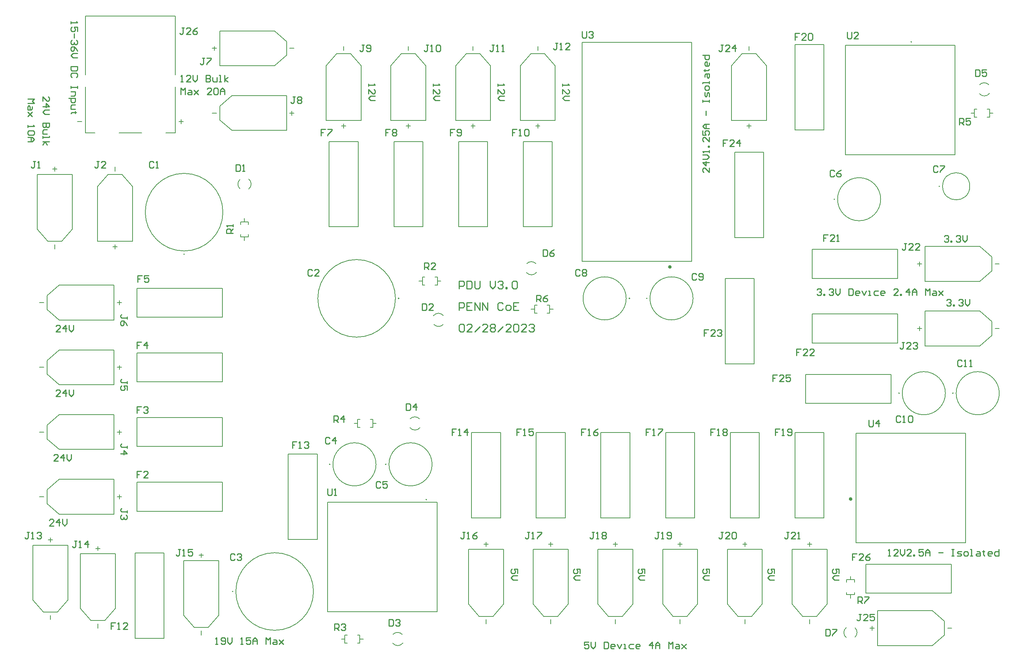
<source format=gto>
G04*
G04 #@! TF.GenerationSoftware,Altium Limited,Altium Designer,22.8.2 (66)*
G04*
G04 Layer_Color=65535*
%FSLAX42Y42*%
%MOMM*%
G71*
G04*
G04 #@! TF.SameCoordinates,784755D3-1100-4AD9-B0FF-590226C35903*
G04*
G04*
G04 #@! TF.FilePolarity,Positive*
G04*
G01*
G75*
%ADD10C,0.13*%
%ADD11C,0.20*%
%ADD12C,0.40*%
%ADD13C,0.25*%
D10*
X11957Y9206D02*
G03*
X11743Y9207I-107J-102D01*
G01*
X11738Y9000D02*
G03*
X11970Y9004I115J93D01*
G01*
X4700Y10400D02*
G03*
X4700Y10400I-900J0D01*
G01*
X9593Y7794D02*
G03*
X9807Y7793I107J102D01*
G01*
X9812Y8000D02*
G03*
X9580Y7996I-115J-93D01*
G01*
X9257Y5606D02*
G03*
X9043Y5607I-107J-102D01*
G01*
X9038Y5400D02*
G03*
X9270Y5404I115J93D01*
G01*
X19356Y543D02*
G03*
X19357Y757I-102J107D01*
G01*
X19150Y762D02*
G03*
X19154Y530I93J-115D01*
G01*
X5094Y11157D02*
G03*
X5093Y10943I102J-107D01*
G01*
X5300Y10938D02*
G03*
X5296Y11170I-93J115D01*
G01*
X22457Y13356D02*
G03*
X22243Y13357I-107J-102D01*
G01*
X22238Y13150D02*
G03*
X22470Y13154I115J93D01*
G01*
X8857Y606D02*
G03*
X8643Y607I-107J-102D01*
G01*
X8638Y400D02*
G03*
X8870Y404I115J93D01*
G01*
X19950Y10700D02*
G03*
X19950Y10700I-500J0D01*
G01*
X21450Y6200D02*
G03*
X21450Y6200I-500J0D01*
G01*
X22700D02*
G03*
X22700Y6200I-500J0D01*
G01*
X14050Y8400D02*
G03*
X14050Y8400I-500J0D01*
G01*
X8250Y4550D02*
G03*
X8250Y4550I-500J0D01*
G01*
X6800Y1600D02*
G03*
X6800Y1600I-900J0D01*
G01*
X8700Y8400D02*
G03*
X8700Y8400I-900J0D01*
G01*
X9550Y4550D02*
G03*
X9550Y4550I-500J0D01*
G01*
X22015Y11000D02*
G03*
X22015Y11000I-315J0D01*
G01*
X15600Y8400D02*
G03*
X15600Y8400I-500J0D01*
G01*
X3380Y12240D02*
X3595D01*
Y13310D01*
X1515Y12240D02*
Y13310D01*
Y12240D02*
X1730D01*
X3595Y13585D02*
Y14950D01*
X1515D02*
X3595D01*
X1515Y13585D02*
Y14950D01*
X2295Y12240D02*
X2815D01*
X1330Y12500D02*
X1430D01*
X3730Y12450D02*
Y12550D01*
X3680Y12500D02*
X3780D01*
X800Y9550D02*
Y9650D01*
X395Y10005D02*
X640Y9725D01*
X960D02*
X1205Y10005D01*
X750Y11400D02*
X850D01*
X800Y11350D02*
Y11450D01*
X395Y11275D02*
X1205D01*
X395Y10005D02*
Y11275D01*
X640Y9725D02*
X960D01*
X1205Y10005D02*
Y11275D01*
X2200Y11350D02*
Y11450D01*
X2360Y11275D02*
X2605Y10995D01*
X1795D02*
X2040Y11275D01*
X2150Y9600D02*
X2250D01*
X2200Y9550D02*
Y9650D01*
X1795Y9725D02*
X2605D01*
Y10995D01*
X2040Y11275D02*
X2360D01*
X1795Y9725D02*
Y10995D01*
X2709Y7964D02*
X4690D01*
X2709D02*
Y8636D01*
X4690D01*
Y7964D02*
Y8636D01*
X9675Y8800D02*
X9755D01*
X9617Y8707D02*
X9675D01*
X9617Y8893D02*
X9675D01*
Y8707D02*
Y8800D01*
Y8893D01*
X9245Y8800D02*
X9325D01*
Y8707D02*
X9383D01*
X9325D02*
Y8800D01*
Y8893D01*
X9383D01*
X6250Y14200D02*
X6350D01*
X5895Y13795D02*
X6175Y14040D01*
X5895Y14605D02*
X6175Y14360D01*
X4500Y14150D02*
Y14250D01*
X4450Y14200D02*
X4550D01*
X4625Y13795D02*
Y14605D01*
Y13795D02*
X5895D01*
X6175Y14040D02*
Y14360D01*
X4625Y14605D02*
X5895D01*
X3337Y509D02*
Y2491D01*
X2664Y509D02*
X3337D01*
X2664D02*
Y2491D01*
X3337D01*
X11664Y10060D02*
Y12040D01*
X12336D01*
Y10060D02*
Y12040D01*
X11664Y10060D02*
X12336D01*
X10164D02*
Y12040D01*
X10836D01*
Y10060D02*
Y12040D01*
X10164Y10060D02*
X10836D01*
X8664D02*
Y12040D01*
X9336D01*
Y10060D02*
Y12040D01*
X8664Y10060D02*
X9336D01*
X7164D02*
Y12040D01*
X7836D01*
Y10060D02*
Y12040D01*
X7164Y10060D02*
X7836D01*
X16563Y9810D02*
Y11790D01*
X17237D01*
Y9810D02*
Y11790D01*
X16563Y9810D02*
X17237D01*
X19130Y11730D02*
X21670D01*
Y14270D01*
X19130D02*
X21670D01*
X19130Y11730D02*
Y14270D01*
X22045Y12700D02*
X22125D01*
Y12793D02*
X22183D01*
X22125Y12607D02*
X22183D01*
X22125Y12700D02*
Y12793D01*
Y12607D02*
Y12700D01*
X22475D02*
X22555D01*
X22417Y12793D02*
X22475D01*
Y12700D02*
Y12793D01*
Y12607D02*
Y12700D01*
X22417Y12607D02*
X22475D01*
X19610Y2236D02*
X21590D01*
Y1564D02*
Y2236D01*
X19610Y1564D02*
X21590D01*
X19610D02*
Y2236D01*
X21500Y750D02*
X21600D01*
X21145Y345D02*
X21425Y590D01*
X21145Y1155D02*
X21425Y910D01*
X19750Y700D02*
Y800D01*
X19700Y750D02*
X19800D01*
X19875Y345D02*
Y1155D01*
Y345D02*
X21145D01*
X21425Y590D02*
Y910D01*
X19875Y1155D02*
X21145D01*
X19250Y1445D02*
Y1525D01*
X19157D02*
Y1583D01*
X19343Y1525D02*
Y1583D01*
X19157Y1525D02*
X19250D01*
X19343D01*
X19250Y1875D02*
Y1955D01*
X19157Y1817D02*
Y1875D01*
X19250D01*
X19343D01*
Y1817D02*
Y1875D01*
X18300Y850D02*
Y950D01*
X17895Y1305D02*
X18140Y1025D01*
X18460D02*
X18705Y1305D01*
X18250Y2700D02*
X18350D01*
X18300Y2650D02*
Y2750D01*
X17895Y2575D02*
X18705D01*
X17895Y1305D02*
Y2575D01*
X18140Y1025D02*
X18460D01*
X18705Y1305D02*
Y2575D01*
X16800Y850D02*
Y950D01*
X16395Y1305D02*
X16640Y1025D01*
X16960D02*
X17205Y1305D01*
X16750Y2700D02*
X16850D01*
X16800Y2650D02*
Y2750D01*
X16395Y2575D02*
X17205D01*
X16395Y1305D02*
Y2575D01*
X16640Y1025D02*
X16960D01*
X17205Y1305D02*
Y2575D01*
X15300Y850D02*
Y950D01*
X14895Y1305D02*
X15140Y1025D01*
X15460D02*
X15705Y1305D01*
X15250Y2700D02*
X15350D01*
X15300Y2650D02*
Y2750D01*
X14895Y2575D02*
X15705D01*
X14895Y1305D02*
Y2575D01*
X15140Y1025D02*
X15460D01*
X15705Y1305D02*
Y2575D01*
X13800Y850D02*
Y950D01*
X13395Y1305D02*
X13640Y1025D01*
X13960D02*
X14205Y1305D01*
X13750Y2700D02*
X13850D01*
X13800Y2650D02*
Y2750D01*
X13395Y2575D02*
X14205D01*
X13395Y1305D02*
Y2575D01*
X13640Y1025D02*
X13960D01*
X14205Y1305D02*
Y2575D01*
X12300Y850D02*
Y950D01*
X11895Y1305D02*
X12140Y1025D01*
X12460D02*
X12705Y1305D01*
X12250Y2700D02*
X12350D01*
X12300Y2650D02*
Y2750D01*
X11895Y2575D02*
X12705D01*
X11895Y1305D02*
Y2575D01*
X12140Y1025D02*
X12460D01*
X12705Y1305D02*
Y2575D01*
X10800Y850D02*
Y950D01*
X10395Y1305D02*
X10640Y1025D01*
X10960D02*
X11205Y1305D01*
X10750Y2700D02*
X10850D01*
X10800Y2650D02*
Y2750D01*
X10395Y2575D02*
X11205D01*
X10395Y1305D02*
Y2575D01*
X10640Y1025D02*
X10960D01*
X11205Y1305D02*
Y2575D01*
X18637Y3310D02*
Y5290D01*
X17963Y3310D02*
X18637D01*
X17963D02*
Y5290D01*
X18637D01*
X17137Y3310D02*
Y5290D01*
X16463Y3310D02*
X17137D01*
X16463D02*
Y5290D01*
X17137D01*
X15637Y3310D02*
Y5290D01*
X14963Y3310D02*
X15637D01*
X14963D02*
Y5290D01*
X15637D01*
X14137Y3310D02*
Y5290D01*
X13463Y3310D02*
X14137D01*
X13463D02*
Y5290D01*
X14137D01*
X12636Y3310D02*
Y5290D01*
X11964Y3310D02*
X12636D01*
X11964D02*
Y5290D01*
X12636D01*
X11136Y3310D02*
Y5290D01*
X10464Y3310D02*
X11136D01*
X10464D02*
Y5290D01*
X11136D01*
X19380Y2730D02*
X21920D01*
Y5270D01*
X19380D02*
X21920D01*
X19380Y2730D02*
Y5270D01*
X22600Y9200D02*
X22700D01*
X22245Y8795D02*
X22525Y9040D01*
X22245Y9605D02*
X22525Y9360D01*
X20850Y9150D02*
Y9250D01*
X20800Y9200D02*
X20900D01*
X20975Y8795D02*
Y9605D01*
Y8795D02*
X22245D01*
X22525Y9040D02*
Y9360D01*
X20975Y9605D02*
X22245D01*
X22600Y7700D02*
X22700D01*
X22245Y7295D02*
X22525Y7540D01*
X22245Y8105D02*
X22525Y7860D01*
X20850Y7650D02*
Y7750D01*
X20800Y7700D02*
X20900D01*
X20975Y7295D02*
Y8105D01*
Y7295D02*
X22245D01*
X22525Y7540D02*
Y7860D01*
X20975Y8105D02*
X22245D01*
X18360Y9536D02*
X20340D01*
Y8864D02*
Y9536D01*
X18360Y8864D02*
X20340D01*
X18360D02*
Y9536D01*
Y8036D02*
X20340D01*
Y7364D02*
Y8036D01*
X18360Y7364D02*
X20340D01*
X18360D02*
Y8036D01*
X16343Y6883D02*
Y8864D01*
X17016D01*
Y6883D02*
Y8864D01*
X16343Y6883D02*
X17016D01*
X11845Y8150D02*
X11925D01*
Y8243D02*
X11983D01*
X11925Y8057D02*
X11983D01*
X11925Y8150D02*
Y8243D01*
Y8057D02*
Y8150D01*
X12275D02*
X12355D01*
X12217Y8243D02*
X12275D01*
Y8150D02*
Y8243D01*
Y8057D02*
Y8150D01*
X12217Y8057D02*
X12275D01*
X6886Y2809D02*
Y4790D01*
X6213Y2809D02*
X6886D01*
X6213D02*
Y4790D01*
X6886D01*
X4200Y590D02*
Y690D01*
X3795Y1045D02*
X4040Y765D01*
X4360D02*
X4605Y1045D01*
X4150Y2440D02*
X4250D01*
X4200Y2390D02*
Y2490D01*
X3795Y2315D02*
X4605D01*
X3795Y1045D02*
Y2315D01*
X4040Y765D02*
X4360D01*
X4605Y1045D02*
Y2315D01*
X1800Y750D02*
Y850D01*
X1395Y1205D02*
X1640Y925D01*
X1960D02*
X2205Y1205D01*
X1750Y2600D02*
X1850D01*
X1800Y2550D02*
Y2650D01*
X1395Y2475D02*
X2205D01*
X1395Y1205D02*
Y2475D01*
X1640Y925D02*
X1960D01*
X2205Y1205D02*
Y2475D01*
X700Y950D02*
Y1050D01*
X295Y1405D02*
X540Y1125D01*
X860D02*
X1105Y1405D01*
X650Y2800D02*
X750D01*
X700Y2750D02*
Y2850D01*
X295Y2675D02*
X1105D01*
X295Y1405D02*
Y2675D01*
X540Y1125D02*
X860D01*
X1105Y1405D02*
Y2675D01*
X450Y5300D02*
X550D01*
X625Y5460D02*
X905Y5705D01*
X625Y5140D02*
X905Y4895D01*
X2300Y5250D02*
Y5350D01*
X2250Y5300D02*
X2350D01*
X2175Y4895D02*
Y5705D01*
X905D02*
X2175D01*
X625Y5140D02*
Y5460D01*
X905Y4895D02*
X2175D01*
X450Y6800D02*
X550D01*
X625Y6960D02*
X905Y7205D01*
X625Y6640D02*
X905Y6395D01*
X2300Y6750D02*
Y6850D01*
X2250Y6800D02*
X2350D01*
X2175Y6395D02*
Y7205D01*
X905D02*
X2175D01*
X625Y6640D02*
Y6960D01*
X905Y6395D02*
X2175D01*
X450Y8300D02*
X550D01*
X625Y8460D02*
X905Y8705D01*
X625Y8140D02*
X905Y7895D01*
X2300Y8250D02*
Y8350D01*
X2250Y8300D02*
X2350D01*
X2175Y7895D02*
Y8705D01*
X905D02*
X2175D01*
X625Y8140D02*
Y8460D01*
X905Y7895D02*
X2175D01*
X12000Y14150D02*
Y14250D01*
X12160Y14075D02*
X12405Y13795D01*
X11595D02*
X11840Y14075D01*
X11950Y12400D02*
X12050D01*
X12000Y12350D02*
Y12450D01*
X11595Y12525D02*
X12405D01*
Y13795D01*
X11840Y14075D02*
X12160D01*
X11595Y12525D02*
Y13795D01*
X10500Y14150D02*
Y14250D01*
X10660Y14075D02*
X10905Y13795D01*
X10095D02*
X10340Y14075D01*
X10450Y12400D02*
X10550D01*
X10500Y12350D02*
Y12450D01*
X10095Y12525D02*
X10905D01*
Y13795D01*
X10340Y14075D02*
X10660D01*
X10095Y12525D02*
Y13795D01*
X9000Y14150D02*
Y14250D01*
X9160Y14075D02*
X9405Y13795D01*
X8595D02*
X8840Y14075D01*
X8950Y12400D02*
X9050D01*
X9000Y12350D02*
Y12450D01*
X8595Y12525D02*
X9405D01*
Y13795D01*
X8840Y14075D02*
X9160D01*
X8595Y12525D02*
Y13795D01*
X7500Y14150D02*
Y14250D01*
X7660Y14075D02*
X7905Y13795D01*
X7095D02*
X7340Y14075D01*
X7450Y12400D02*
X7550D01*
X7500Y12350D02*
Y12450D01*
X7095Y12525D02*
X7905D01*
Y13795D01*
X7340Y14075D02*
X7660D01*
X7095Y12525D02*
Y13795D01*
X8175Y5500D02*
X8255D01*
X8117Y5408D02*
X8175D01*
X8117Y5592D02*
X8175D01*
Y5408D02*
Y5500D01*
Y5592D01*
X7745Y5500D02*
X7825D01*
Y5408D02*
X7883D01*
X7825D02*
Y5500D01*
Y5592D01*
X7883D01*
X18210Y6636D02*
X20190D01*
Y5963D02*
Y6636D01*
X18210Y5963D02*
X20190D01*
X18210D02*
Y6636D01*
X16900Y14150D02*
Y14250D01*
X17060Y14075D02*
X17305Y13795D01*
X16495D02*
X16740Y14075D01*
X16850Y12400D02*
X16950D01*
X16900Y12350D02*
Y12450D01*
X16495Y12525D02*
X17305D01*
Y13795D01*
X16740Y14075D02*
X17060D01*
X16495Y12525D02*
Y13795D01*
X4450Y12700D02*
X4550D01*
X4625Y12860D02*
X4905Y13105D01*
X4625Y12540D02*
X4905Y12295D01*
X6300Y12650D02*
Y12750D01*
X6250Y12700D02*
X6350D01*
X6175Y12295D02*
Y13105D01*
X4905D02*
X6175D01*
X4625Y12540D02*
Y12860D01*
X4905Y12295D02*
X6175D01*
X13030Y9260D02*
X15570D01*
X13030D02*
Y14340D01*
X15570D01*
Y9260D02*
Y14340D01*
X4690Y6464D02*
Y7136D01*
X2709D02*
X4690D01*
X2709Y6464D02*
Y7136D01*
Y6464D02*
X4690D01*
Y4963D02*
Y5637D01*
X2709D02*
X4690D01*
X2709Y4963D02*
Y5637D01*
Y4963D02*
X4690D01*
X17963Y12310D02*
X18637D01*
Y14290D01*
X17963D02*
X18637D01*
X17963Y12310D02*
Y14290D01*
X7525Y593D02*
X7583D01*
X7525Y500D02*
Y593D01*
Y407D02*
Y500D01*
Y407D02*
X7583D01*
X7445Y500D02*
X7525D01*
X7875D02*
Y593D01*
Y407D02*
Y500D01*
X7817Y593D02*
X7875D01*
X7817Y407D02*
X7875D01*
Y500D02*
X7955D01*
X905Y3395D02*
X2175D01*
X625Y3640D02*
Y3960D01*
X905Y4205D02*
X2175D01*
Y3395D02*
Y4205D01*
X2250Y3800D02*
X2350D01*
X2300Y3750D02*
Y3850D01*
X625Y3640D02*
X905Y3395D01*
X625Y3960D02*
X905Y4205D01*
X450Y3800D02*
X550D01*
X5108Y9825D02*
Y9883D01*
Y9825D02*
X5200D01*
X5292D01*
Y9883D01*
X5200Y9745D02*
Y9825D01*
X5108Y10175D02*
X5200D01*
X5292D01*
X5108Y10117D02*
Y10175D01*
X5292Y10117D02*
Y10175D01*
X5200D02*
Y10255D01*
X7130Y3670D02*
X9670D01*
X7130Y1130D02*
Y3670D01*
Y1130D02*
X9670D01*
Y3670D01*
X4690Y3463D02*
Y4137D01*
X2709D02*
X4690D01*
X2709Y3463D02*
Y4137D01*
Y3463D02*
X4690D01*
D11*
X3810Y9425D02*
G03*
X3810Y9425I-10J0D01*
G01*
X18885Y10700D02*
G03*
X18885Y10700I-10J0D01*
G01*
X20670Y14350D02*
G03*
X20670Y14350I-10J0D01*
G01*
X20385Y6200D02*
G03*
X20385Y6200I-10J0D01*
G01*
X21635D02*
G03*
X21635Y6200I-10J0D01*
G01*
X14135Y8400D02*
G03*
X14135Y8400I-10J0D01*
G01*
X7185Y4550D02*
G03*
X7185Y4550I-10J0D01*
G01*
X4935Y1600D02*
G03*
X4935Y1600I-10J0D01*
G01*
X8785Y8400D02*
G03*
X8785Y8400I-10J0D01*
G01*
X8485Y4550D02*
G03*
X8485Y4550I-10J0D01*
G01*
X21320Y11000D02*
G03*
X21320Y11000I-10J0D01*
G01*
X14535Y8400D02*
G03*
X14535Y8400I-10J0D01*
G01*
X9426Y3733D02*
G03*
X9426Y3733I-10J0D01*
G01*
D12*
X19273Y3746D02*
G03*
X19273Y3746I-20J0D01*
G01*
X15082Y9130D02*
G03*
X15082Y9130I-20J0D01*
G01*
D13*
X3798Y14676D02*
X3748D01*
X3773D01*
Y14549D01*
X3748Y14524D01*
X3722D01*
X3697Y14549D01*
X3951Y14524D02*
X3849D01*
X3951Y14625D01*
Y14651D01*
X3925Y14676D01*
X3875D01*
X3849Y14651D01*
X4103Y14676D02*
X4052Y14651D01*
X4002Y14600D01*
Y14549D01*
X4027Y14524D01*
X4078D01*
X4103Y14549D01*
Y14575D01*
X4078Y14600D01*
X4002D01*
X10175Y7775D02*
X10205Y7805D01*
X10265D01*
X10295Y7775D01*
Y7655D01*
X10265Y7625D01*
X10205D01*
X10175Y7655D01*
Y7775D01*
X10475Y7625D02*
X10355D01*
X10475Y7745D01*
Y7775D01*
X10445Y7805D01*
X10385D01*
X10355Y7775D01*
X10535Y7625D02*
X10655Y7745D01*
X10835Y7625D02*
X10715D01*
X10835Y7745D01*
Y7775D01*
X10805Y7805D01*
X10745D01*
X10715Y7775D01*
X10895D02*
X10925Y7805D01*
X10985D01*
X11015Y7775D01*
Y7745D01*
X10985Y7715D01*
X11015Y7685D01*
Y7655D01*
X10985Y7625D01*
X10925D01*
X10895Y7655D01*
Y7685D01*
X10925Y7715D01*
X10895Y7745D01*
Y7775D01*
X10925Y7715D02*
X10985D01*
X11075Y7625D02*
X11195Y7745D01*
X11375Y7625D02*
X11255D01*
X11375Y7745D01*
Y7775D01*
X11345Y7805D01*
X11285D01*
X11255Y7775D01*
X11435D02*
X11465Y7805D01*
X11525D01*
X11555Y7775D01*
Y7655D01*
X11525Y7625D01*
X11465D01*
X11435Y7655D01*
Y7775D01*
X11735Y7625D02*
X11615D01*
X11735Y7745D01*
Y7775D01*
X11705Y7805D01*
X11645D01*
X11615Y7775D01*
X11795D02*
X11825Y7805D01*
X11885D01*
X11915Y7775D01*
Y7745D01*
X11885Y7715D01*
X11855D01*
X11885D01*
X11915Y7685D01*
Y7655D01*
X11885Y7625D01*
X11825D01*
X11795Y7655D01*
X10175Y8125D02*
Y8305D01*
X10265D01*
X10295Y8275D01*
Y8215D01*
X10265Y8185D01*
X10175D01*
X10475Y8305D02*
X10355D01*
Y8125D01*
X10475D01*
X10355Y8215D02*
X10415D01*
X10535Y8125D02*
Y8305D01*
X10655Y8125D01*
Y8305D01*
X10715Y8125D02*
Y8305D01*
X10835Y8125D01*
Y8305D01*
X11195Y8275D02*
X11165Y8305D01*
X11105D01*
X11075Y8275D01*
Y8155D01*
X11105Y8125D01*
X11165D01*
X11195Y8155D01*
X11285Y8125D02*
X11345D01*
X11375Y8155D01*
Y8215D01*
X11345Y8245D01*
X11285D01*
X11255Y8215D01*
Y8155D01*
X11285Y8125D01*
X11555Y8305D02*
X11435D01*
Y8125D01*
X11555D01*
X11435Y8215D02*
X11495D01*
X10175Y8625D02*
Y8805D01*
X10265D01*
X10295Y8775D01*
Y8715D01*
X10265Y8685D01*
X10175D01*
X10355Y8805D02*
Y8625D01*
X10445D01*
X10475Y8655D01*
Y8775D01*
X10445Y8805D01*
X10355D01*
X10535D02*
Y8655D01*
X10565Y8625D01*
X10625D01*
X10655Y8655D01*
Y8805D01*
X10895D02*
Y8685D01*
X10955Y8625D01*
X11015Y8685D01*
Y8805D01*
X11075Y8775D02*
X11105Y8805D01*
X11165D01*
X11195Y8775D01*
Y8745D01*
X11165Y8715D01*
X11135D01*
X11165D01*
X11195Y8685D01*
Y8655D01*
X11165Y8625D01*
X11105D01*
X11075Y8655D01*
X11255Y8625D02*
Y8655D01*
X11285D01*
Y8625D01*
X11255D01*
X11405Y8775D02*
X11435Y8805D01*
X11495D01*
X11525Y8775D01*
Y8655D01*
X11495Y8625D01*
X11435D01*
X11405Y8655D01*
Y8775D01*
X18475Y8602D02*
X18501Y8628D01*
X18552D01*
X18577Y8602D01*
Y8577D01*
X18552Y8552D01*
X18526D01*
X18552D01*
X18577Y8526D01*
Y8501D01*
X18552Y8475D01*
X18501D01*
X18475Y8501D01*
X18628Y8475D02*
Y8501D01*
X18653D01*
Y8475D01*
X18628D01*
X18755Y8602D02*
X18780Y8628D01*
X18831D01*
X18856Y8602D01*
Y8577D01*
X18831Y8552D01*
X18805D01*
X18831D01*
X18856Y8526D01*
Y8501D01*
X18831Y8475D01*
X18780D01*
X18755Y8501D01*
X18907Y8628D02*
Y8526D01*
X18958Y8475D01*
X19009Y8526D01*
Y8628D01*
X19212D02*
Y8475D01*
X19288D01*
X19313Y8501D01*
Y8602D01*
X19288Y8628D01*
X19212D01*
X19440Y8475D02*
X19390D01*
X19364Y8501D01*
Y8552D01*
X19390Y8577D01*
X19440D01*
X19466Y8552D01*
Y8526D01*
X19364D01*
X19516Y8577D02*
X19567Y8475D01*
X19618Y8577D01*
X19669Y8475D02*
X19720D01*
X19694D01*
Y8577D01*
X19669D01*
X19897D02*
X19821D01*
X19796Y8552D01*
Y8501D01*
X19821Y8475D01*
X19897D01*
X20024D02*
X19974D01*
X19948Y8501D01*
Y8552D01*
X19974Y8577D01*
X20024D01*
X20050Y8552D01*
Y8526D01*
X19948D01*
X20354Y8475D02*
X20253D01*
X20354Y8577D01*
Y8602D01*
X20329Y8628D01*
X20278D01*
X20253Y8602D01*
X20405Y8475D02*
Y8501D01*
X20431D01*
Y8475D01*
X20405D01*
X20608D02*
Y8628D01*
X20532Y8552D01*
X20634D01*
X20684Y8475D02*
Y8577D01*
X20735Y8628D01*
X20786Y8577D01*
Y8475D01*
Y8552D01*
X20684D01*
X20989Y8475D02*
Y8628D01*
X21040Y8577D01*
X21091Y8628D01*
Y8475D01*
X21167Y8577D02*
X21218D01*
X21243Y8552D01*
Y8475D01*
X21167D01*
X21142Y8501D01*
X21167Y8526D01*
X21243D01*
X21294Y8577D02*
X21395Y8475D01*
X21345Y8526D01*
X21395Y8577D01*
X21294Y8475D01*
X13177Y428D02*
X13075D01*
Y352D01*
X13126Y377D01*
X13152D01*
X13177Y352D01*
Y301D01*
X13152Y275D01*
X13101D01*
X13075Y301D01*
X13228Y428D02*
Y326D01*
X13279Y275D01*
X13329Y326D01*
Y428D01*
X13532D02*
Y275D01*
X13609D01*
X13634Y301D01*
Y402D01*
X13609Y428D01*
X13532D01*
X13761Y275D02*
X13710D01*
X13685Y301D01*
Y352D01*
X13710Y377D01*
X13761D01*
X13786Y352D01*
Y326D01*
X13685D01*
X13837Y377D02*
X13888Y275D01*
X13939Y377D01*
X13990Y275D02*
X14040D01*
X14015D01*
Y377D01*
X13990D01*
X14218D02*
X14142D01*
X14116Y352D01*
Y301D01*
X14142Y275D01*
X14218D01*
X14345D02*
X14294D01*
X14269Y301D01*
Y352D01*
X14294Y377D01*
X14345D01*
X14370Y352D01*
Y326D01*
X14269D01*
X14650Y275D02*
Y428D01*
X14574Y352D01*
X14675D01*
X14726Y275D02*
Y377D01*
X14777Y428D01*
X14827Y377D01*
Y275D01*
Y352D01*
X14726D01*
X15031Y275D02*
Y428D01*
X15081Y377D01*
X15132Y428D01*
Y275D01*
X15208Y377D02*
X15259D01*
X15284Y352D01*
Y275D01*
X15208D01*
X15183Y301D01*
X15208Y326D01*
X15284D01*
X15335Y377D02*
X15437Y275D01*
X15386Y326D01*
X15437Y377D01*
X15335Y275D01*
X175Y13025D02*
X328D01*
X277Y12974D01*
X328Y12923D01*
X175D01*
X277Y12847D02*
Y12796D01*
X252Y12771D01*
X175D01*
Y12847D01*
X201Y12872D01*
X226Y12847D01*
Y12771D01*
X277Y12720D02*
X175Y12618D01*
X226Y12669D01*
X277Y12618D01*
X175Y12720D01*
Y12415D02*
Y12364D01*
Y12390D01*
X328D01*
X302Y12415D01*
Y12288D02*
X328Y12263D01*
Y12212D01*
X302Y12187D01*
X201D01*
X175Y12212D01*
Y12263D01*
X201Y12288D01*
X302D01*
X175Y12136D02*
X277D01*
X328Y12085D01*
X277Y12034D01*
X175D01*
X252D01*
Y12136D01*
X525Y12973D02*
Y13075D01*
X627Y12973D01*
X652D01*
X678Y12998D01*
Y13049D01*
X652Y13075D01*
X525Y12846D02*
X678D01*
X602Y12922D01*
Y12821D01*
X678Y12770D02*
X576D01*
X525Y12719D01*
X576Y12668D01*
X678D01*
Y12465D02*
X525D01*
Y12389D01*
X551Y12364D01*
X576D01*
X602Y12389D01*
Y12465D01*
Y12389D01*
X627Y12364D01*
X652D01*
X678Y12389D01*
Y12465D01*
X627Y12313D02*
X551D01*
X525Y12287D01*
Y12211D01*
X627D01*
X525Y12160D02*
Y12110D01*
Y12135D01*
X678D01*
Y12160D01*
X525Y12034D02*
X678D01*
X576D02*
X627Y11957D01*
X576Y12034D02*
X525Y11957D01*
X3725Y13125D02*
Y13278D01*
X3776Y13227D01*
X3827Y13278D01*
Y13125D01*
X3903Y13227D02*
X3954D01*
X3979Y13202D01*
Y13125D01*
X3903D01*
X3878Y13151D01*
X3903Y13176D01*
X3979D01*
X4030Y13227D02*
X4132Y13125D01*
X4081Y13176D01*
X4132Y13227D01*
X4030Y13125D01*
X4436D02*
X4335D01*
X4436Y13227D01*
Y13252D01*
X4411Y13278D01*
X4360D01*
X4335Y13252D01*
X4487D02*
X4513Y13278D01*
X4563D01*
X4589Y13252D01*
Y13151D01*
X4563Y13125D01*
X4513D01*
X4487Y13151D01*
Y13252D01*
X4640Y13125D02*
Y13227D01*
X4690Y13278D01*
X4741Y13227D01*
Y13125D01*
Y13202D01*
X4640D01*
X3725Y13425D02*
X3776D01*
X3751D01*
Y13578D01*
X3725Y13552D01*
X3954Y13425D02*
X3852D01*
X3954Y13527D01*
Y13552D01*
X3929Y13578D01*
X3878D01*
X3852Y13552D01*
X4005Y13578D02*
Y13476D01*
X4055Y13425D01*
X4106Y13476D01*
Y13578D01*
X4309D02*
Y13425D01*
X4386D01*
X4411Y13451D01*
Y13476D01*
X4386Y13502D01*
X4309D01*
X4386D01*
X4411Y13527D01*
Y13552D01*
X4386Y13578D01*
X4309D01*
X4462Y13527D02*
Y13451D01*
X4487Y13425D01*
X4563D01*
Y13527D01*
X4614Y13425D02*
X4665D01*
X4640D01*
Y13578D01*
X4614D01*
X4741Y13425D02*
Y13578D01*
Y13476D02*
X4817Y13527D01*
X4741Y13476D02*
X4817Y13425D01*
X1176Y14825D02*
Y14774D01*
Y14799D01*
X1329D01*
X1303Y14825D01*
X1329Y14596D02*
Y14698D01*
X1252D01*
X1278Y14647D01*
Y14621D01*
X1252Y14596D01*
X1202D01*
X1176Y14621D01*
Y14672D01*
X1202Y14698D01*
X1252Y14545D02*
Y14444D01*
X1303Y14393D02*
X1329Y14368D01*
Y14317D01*
X1303Y14291D01*
X1278D01*
X1252Y14317D01*
Y14342D01*
Y14317D01*
X1227Y14291D01*
X1202D01*
X1176Y14317D01*
Y14368D01*
X1202Y14393D01*
X1329Y14139D02*
X1303Y14190D01*
X1252Y14241D01*
X1202D01*
X1176Y14215D01*
Y14164D01*
X1202Y14139D01*
X1227D01*
X1252Y14164D01*
Y14241D01*
X1329Y14088D02*
X1227D01*
X1176Y14037D01*
X1227Y13987D01*
X1329D01*
Y13784D02*
X1176D01*
Y13707D01*
X1202Y13682D01*
X1303D01*
X1329Y13707D01*
Y13784D01*
X1303Y13530D02*
X1329Y13555D01*
Y13606D01*
X1303Y13631D01*
X1202D01*
X1176Y13606D01*
Y13555D01*
X1202Y13530D01*
X1329Y13326D02*
Y13276D01*
Y13301D01*
X1176D01*
Y13326D01*
Y13276D01*
Y13200D02*
X1278D01*
Y13123D01*
X1252Y13098D01*
X1176D01*
X1125Y13047D02*
X1278D01*
Y12971D01*
X1252Y12946D01*
X1202D01*
X1176Y12971D01*
Y13047D01*
X1278Y12895D02*
X1202D01*
X1176Y12869D01*
Y12793D01*
X1278D01*
X1303Y12717D02*
X1278D01*
Y12742D01*
Y12692D01*
Y12717D01*
X1202D01*
X1176Y12692D01*
X15975Y11427D02*
Y11325D01*
X15873Y11427D01*
X15848D01*
X15822Y11402D01*
Y11351D01*
X15848Y11325D01*
X15975Y11554D02*
X15822D01*
X15898Y11478D01*
Y11579D01*
X15822Y11630D02*
X15924D01*
X15975Y11681D01*
X15924Y11732D01*
X15822D01*
X15975Y11782D02*
Y11833D01*
Y11808D01*
X15822D01*
X15848Y11782D01*
X15975Y11909D02*
X15949D01*
Y11935D01*
X15975D01*
Y11909D01*
Y12138D02*
Y12036D01*
X15873Y12138D01*
X15848D01*
X15822Y12113D01*
Y12062D01*
X15848Y12036D01*
X15822Y12290D02*
Y12189D01*
X15898D01*
X15873Y12240D01*
Y12265D01*
X15898Y12290D01*
X15949D01*
X15975Y12265D01*
Y12214D01*
X15949Y12189D01*
X15975Y12341D02*
X15873D01*
X15822Y12392D01*
X15873Y12443D01*
X15975D01*
X15898D01*
Y12341D01*
Y12646D02*
Y12747D01*
X15822Y12950D02*
Y13001D01*
Y12976D01*
X15975D01*
Y12950D01*
Y13001D01*
Y13077D02*
Y13154D01*
X15949Y13179D01*
X15924Y13154D01*
Y13103D01*
X15898Y13077D01*
X15873Y13103D01*
Y13179D01*
X15975Y13255D02*
Y13306D01*
X15949Y13331D01*
X15898D01*
X15873Y13306D01*
Y13255D01*
X15898Y13230D01*
X15949D01*
X15975Y13255D01*
Y13382D02*
Y13433D01*
Y13408D01*
X15822D01*
Y13382D01*
X15873Y13534D02*
Y13585D01*
X15898Y13611D01*
X15975D01*
Y13534D01*
X15949Y13509D01*
X15924Y13534D01*
Y13611D01*
X15848Y13687D02*
X15873D01*
Y13661D01*
Y13712D01*
Y13687D01*
X15949D01*
X15975Y13712D01*
Y13865D02*
Y13814D01*
X15949Y13788D01*
X15898D01*
X15873Y13814D01*
Y13865D01*
X15898Y13890D01*
X15924D01*
Y13788D01*
X15822Y14042D02*
X15975D01*
Y13966D01*
X15949Y13941D01*
X15898D01*
X15873Y13966D01*
Y14042D01*
X20125Y2425D02*
X20176D01*
X20151D01*
Y2578D01*
X20125Y2552D01*
X20354Y2425D02*
X20252D01*
X20354Y2527D01*
Y2552D01*
X20329Y2578D01*
X20278D01*
X20252Y2552D01*
X20405Y2578D02*
Y2476D01*
X20455Y2425D01*
X20506Y2476D01*
Y2578D01*
X20659Y2425D02*
X20557D01*
X20659Y2527D01*
Y2552D01*
X20633Y2578D01*
X20582D01*
X20557Y2552D01*
X20709Y2425D02*
Y2451D01*
X20735D01*
Y2425D01*
X20709D01*
X20938Y2578D02*
X20836D01*
Y2502D01*
X20887Y2527D01*
X20913D01*
X20938Y2502D01*
Y2451D01*
X20913Y2425D01*
X20862D01*
X20836Y2451D01*
X20989Y2425D02*
Y2527D01*
X21040Y2578D01*
X21090Y2527D01*
Y2425D01*
Y2502D01*
X20989D01*
X21293D02*
X21395D01*
X21598Y2578D02*
X21649D01*
X21624D01*
Y2425D01*
X21598D01*
X21649D01*
X21725D02*
X21801D01*
X21827Y2451D01*
X21801Y2476D01*
X21750D01*
X21725Y2502D01*
X21750Y2527D01*
X21827D01*
X21903Y2425D02*
X21954D01*
X21979Y2451D01*
Y2502D01*
X21954Y2527D01*
X21903D01*
X21877Y2502D01*
Y2451D01*
X21903Y2425D01*
X22030D02*
X22081D01*
X22055D01*
Y2578D01*
X22030D01*
X22182Y2527D02*
X22233D01*
X22258Y2502D01*
Y2425D01*
X22182D01*
X22157Y2451D01*
X22182Y2476D01*
X22258D01*
X22334Y2552D02*
Y2527D01*
X22309D01*
X22360D01*
X22334D01*
Y2451D01*
X22360Y2425D01*
X22512D02*
X22461D01*
X22436Y2451D01*
Y2502D01*
X22461Y2527D01*
X22512D01*
X22538Y2502D01*
Y2476D01*
X22436D01*
X22690Y2578D02*
Y2425D01*
X22614D01*
X22588Y2451D01*
Y2502D01*
X22614Y2527D01*
X22690D01*
X21423Y9835D02*
X21448Y9860D01*
X21499D01*
X21524Y9835D01*
Y9809D01*
X21499Y9784D01*
X21473D01*
X21499D01*
X21524Y9759D01*
Y9733D01*
X21499Y9708D01*
X21448D01*
X21423Y9733D01*
X21575Y9708D02*
Y9733D01*
X21600D01*
Y9708D01*
X21575D01*
X21702Y9835D02*
X21727Y9860D01*
X21778D01*
X21803Y9835D01*
Y9809D01*
X21778Y9784D01*
X21753D01*
X21778D01*
X21803Y9759D01*
Y9733D01*
X21778Y9708D01*
X21727D01*
X21702Y9733D01*
X21854Y9860D02*
Y9759D01*
X21905Y9708D01*
X21956Y9759D01*
Y9860D01*
X21475Y8352D02*
X21501Y8378D01*
X21552D01*
X21577Y8352D01*
Y8327D01*
X21552Y8302D01*
X21526D01*
X21552D01*
X21577Y8276D01*
Y8251D01*
X21552Y8225D01*
X21501D01*
X21475Y8251D01*
X21628Y8225D02*
Y8251D01*
X21653D01*
Y8225D01*
X21628D01*
X21755Y8352D02*
X21780Y8378D01*
X21831D01*
X21856Y8352D01*
Y8327D01*
X21831Y8302D01*
X21805D01*
X21831D01*
X21856Y8276D01*
Y8251D01*
X21831Y8225D01*
X21780D01*
X21755Y8251D01*
X21907Y8378D02*
Y8276D01*
X21958Y8225D01*
X22009Y8276D01*
Y8378D01*
X18978Y2023D02*
Y2125D01*
X18902D01*
X18927Y2074D01*
Y2048D01*
X18902Y2023D01*
X18851D01*
X18825Y2048D01*
Y2099D01*
X18851Y2125D01*
X18978Y1972D02*
X18876D01*
X18825Y1921D01*
X18876Y1871D01*
X18978D01*
X17478Y2023D02*
Y2125D01*
X17402D01*
X17427Y2074D01*
Y2048D01*
X17402Y2023D01*
X17351D01*
X17325Y2048D01*
Y2099D01*
X17351Y2125D01*
X17478Y1972D02*
X17376D01*
X17325Y1921D01*
X17376Y1871D01*
X17478D01*
X15978Y2023D02*
Y2125D01*
X15902D01*
X15927Y2074D01*
Y2048D01*
X15902Y2023D01*
X15851D01*
X15825Y2048D01*
Y2099D01*
X15851Y2125D01*
X15978Y1972D02*
X15876D01*
X15825Y1921D01*
X15876Y1871D01*
X15978D01*
X14478Y2023D02*
Y2125D01*
X14402D01*
X14427Y2074D01*
Y2048D01*
X14402Y2023D01*
X14351D01*
X14325Y2048D01*
Y2099D01*
X14351Y2125D01*
X14478Y1972D02*
X14376D01*
X14325Y1921D01*
X14376Y1871D01*
X14478D01*
X12978Y2023D02*
Y2125D01*
X12902D01*
X12927Y2074D01*
Y2048D01*
X12902Y2023D01*
X12851D01*
X12825Y2048D01*
Y2099D01*
X12851Y2125D01*
X12978Y1972D02*
X12876D01*
X12825Y1921D01*
X12876Y1871D01*
X12978D01*
X11528Y2023D02*
Y2125D01*
X11452D01*
X11477Y2074D01*
Y2048D01*
X11452Y2023D01*
X11401D01*
X11375Y2048D01*
Y2099D01*
X11401Y2125D01*
X11528Y1972D02*
X11426D01*
X11375Y1921D01*
X11426Y1871D01*
X11528D01*
X4525Y375D02*
X4576D01*
X4551D01*
Y528D01*
X4525Y502D01*
X4652Y401D02*
X4678Y375D01*
X4729D01*
X4754Y401D01*
Y502D01*
X4729Y528D01*
X4678D01*
X4652Y502D01*
Y477D01*
X4678Y452D01*
X4754D01*
X4805Y528D02*
Y426D01*
X4855Y375D01*
X4906Y426D01*
Y528D01*
X5109Y375D02*
X5160D01*
X5135D01*
Y528D01*
X5109Y502D01*
X5338Y528D02*
X5236D01*
Y452D01*
X5287Y477D01*
X5313D01*
X5338Y452D01*
Y401D01*
X5313Y375D01*
X5262D01*
X5236Y401D01*
X5389Y375D02*
Y477D01*
X5440Y528D01*
X5490Y477D01*
Y375D01*
Y452D01*
X5389D01*
X5693Y375D02*
Y528D01*
X5744Y477D01*
X5795Y528D01*
Y375D01*
X5871Y477D02*
X5922D01*
X5947Y452D01*
Y375D01*
X5871D01*
X5846Y401D01*
X5871Y426D01*
X5947D01*
X5998Y477D02*
X6100Y375D01*
X6049Y426D01*
X6100Y477D01*
X5998Y375D01*
X777Y3125D02*
X675D01*
X777Y3227D01*
Y3252D01*
X752Y3278D01*
X701D01*
X675Y3252D01*
X904Y3125D02*
Y3278D01*
X828Y3202D01*
X929D01*
X980Y3278D02*
Y3176D01*
X1031Y3125D01*
X1082Y3176D01*
Y3278D01*
X877Y4625D02*
X775D01*
X877Y4727D01*
Y4752D01*
X852Y4778D01*
X801D01*
X775Y4752D01*
X1004Y4625D02*
Y4778D01*
X928Y4702D01*
X1029D01*
X1080Y4778D02*
Y4676D01*
X1131Y4625D01*
X1182Y4676D01*
Y4778D01*
X927Y6125D02*
X825D01*
X927Y6227D01*
Y6252D01*
X902Y6278D01*
X851D01*
X825Y6252D01*
X1054Y6125D02*
Y6278D01*
X978Y6202D01*
X1079D01*
X1130Y6278D02*
Y6176D01*
X1181Y6125D01*
X1232Y6176D01*
Y6278D01*
X927Y7625D02*
X825D01*
X927Y7727D01*
Y7752D01*
X902Y7778D01*
X851D01*
X825Y7752D01*
X1054Y7625D02*
Y7778D01*
X978Y7702D01*
X1079D01*
X1130Y7778D02*
Y7676D01*
X1181Y7625D01*
X1232Y7676D01*
Y7778D01*
X12575Y13375D02*
Y13324D01*
Y13349D01*
X12728D01*
X12702Y13375D01*
X12575Y13146D02*
Y13248D01*
X12677Y13146D01*
X12702D01*
X12728Y13171D01*
Y13222D01*
X12702Y13248D01*
X12728Y13095D02*
X12626D01*
X12575Y13045D01*
X12626Y12994D01*
X12728D01*
X11075Y13375D02*
Y13324D01*
Y13349D01*
X11228D01*
X11202Y13375D01*
X11075Y13146D02*
Y13248D01*
X11177Y13146D01*
X11202D01*
X11228Y13171D01*
Y13222D01*
X11202Y13248D01*
X11228Y13095D02*
X11126D01*
X11075Y13045D01*
X11126Y12994D01*
X11228D01*
X9575Y13375D02*
Y13324D01*
Y13349D01*
X9728D01*
X9702Y13375D01*
X9575Y13146D02*
Y13248D01*
X9677Y13146D01*
X9702D01*
X9728Y13171D01*
Y13222D01*
X9702Y13248D01*
X9728Y13095D02*
X9626D01*
X9575Y13045D01*
X9626Y12994D01*
X9728D01*
X8075Y13375D02*
Y13324D01*
Y13349D01*
X8228D01*
X8202Y13375D01*
X8075Y13146D02*
Y13248D01*
X8177Y13146D01*
X8202D01*
X8228Y13171D01*
Y13222D01*
X8202Y13248D01*
X8228Y13095D02*
X8126D01*
X8075Y13045D01*
X8126Y12994D01*
X8228D01*
X8948Y5954D02*
Y5801D01*
X9025D01*
X9050Y5827D01*
Y5928D01*
X9025Y5954D01*
X8948D01*
X9177Y5801D02*
Y5954D01*
X9101Y5878D01*
X9202D01*
X18673Y726D02*
Y574D01*
X18749D01*
X18775Y599D01*
Y701D01*
X18749Y726D01*
X18673D01*
X18825D02*
X18927D01*
Y701D01*
X18825Y599D01*
Y574D01*
X12123Y9526D02*
Y9374D01*
X12199D01*
X12225Y9399D01*
Y9501D01*
X12199Y9526D01*
X12123D01*
X12377D02*
X12326Y9501D01*
X12275Y9450D01*
Y9399D01*
X12301Y9374D01*
X12352D01*
X12377Y9399D01*
Y9425D01*
X12352Y9450D01*
X12275D01*
X22149Y13706D02*
Y13553D01*
X22225D01*
X22250Y13579D01*
Y13680D01*
X22225Y13706D01*
X22149D01*
X22403D02*
X22301D01*
Y13630D01*
X22352Y13655D01*
X22377D01*
X22403Y13630D01*
Y13579D01*
X22377Y13553D01*
X22327D01*
X22301Y13579D01*
X8550Y955D02*
Y803D01*
X8626D01*
X8651Y828D01*
Y930D01*
X8626Y955D01*
X8550D01*
X8702Y930D02*
X8727Y955D01*
X8778D01*
X8804Y930D01*
Y904D01*
X8778Y879D01*
X8753D01*
X8778D01*
X8804Y853D01*
Y828D01*
X8778Y803D01*
X8727D01*
X8702Y828D01*
X9323Y8276D02*
Y8124D01*
X9399D01*
X9425Y8149D01*
Y8251D01*
X9399Y8276D01*
X9323D01*
X9577Y8124D02*
X9475D01*
X9577Y8225D01*
Y8251D01*
X9552Y8276D01*
X9501D01*
X9475Y8251D01*
X4999Y11506D02*
Y11354D01*
X5075D01*
X5100Y11379D01*
Y11481D01*
X5075Y11506D01*
X4999D01*
X5151Y11354D02*
X5202D01*
X5176D01*
Y11506D01*
X5151Y11481D01*
X19423Y1324D02*
Y1476D01*
X19499D01*
X19525Y1451D01*
Y1400D01*
X19499Y1375D01*
X19423D01*
X19474D02*
X19525Y1324D01*
X19575Y1476D02*
X19677D01*
Y1451D01*
X19575Y1349D01*
Y1324D01*
X19673Y5576D02*
Y5449D01*
X19698Y5424D01*
X19749D01*
X19775Y5449D01*
Y5576D01*
X19902Y5424D02*
Y5576D01*
X19825Y5500D01*
X19927D01*
X19173Y14576D02*
Y14449D01*
X19198Y14424D01*
X19249D01*
X19275Y14449D01*
Y14576D01*
X19427Y14424D02*
X19325D01*
X19427Y14525D01*
Y14551D01*
X19402Y14576D01*
X19351D01*
X19325Y14551D01*
X11973Y8324D02*
Y8476D01*
X12049D01*
X12075Y8451D01*
Y8400D01*
X12049Y8375D01*
X11973D01*
X12024D02*
X12075Y8324D01*
X12227Y8476D02*
X12176Y8451D01*
X12125Y8400D01*
Y8349D01*
X12151Y8324D01*
X12202D01*
X12227Y8349D01*
Y8375D01*
X12202Y8400D01*
X12125D01*
X21773Y12424D02*
Y12576D01*
X21849D01*
X21875Y12551D01*
Y12500D01*
X21849Y12475D01*
X21773D01*
X21824D02*
X21875Y12424D01*
X22027Y12576D02*
X21925D01*
Y12500D01*
X21976Y12525D01*
X22002D01*
X22027Y12500D01*
Y12449D01*
X22002Y12424D01*
X21951D01*
X21925Y12449D01*
X7273Y5524D02*
Y5676D01*
X7349D01*
X7375Y5651D01*
Y5600D01*
X7349Y5575D01*
X7273D01*
X7324D02*
X7375Y5524D01*
X7502D02*
Y5676D01*
X7425Y5600D01*
X7527D01*
X7285Y696D02*
Y848D01*
X7361D01*
X7386Y823D01*
Y772D01*
X7361Y747D01*
X7285D01*
X7336D02*
X7386Y696D01*
X7437Y823D02*
X7462Y848D01*
X7513D01*
X7539Y823D01*
Y798D01*
X7513Y772D01*
X7488D01*
X7513D01*
X7539Y747D01*
Y721D01*
X7513Y696D01*
X7462D01*
X7437Y721D01*
X9373Y9074D02*
Y9226D01*
X9449D01*
X9475Y9201D01*
Y9150D01*
X9449Y9125D01*
X9373D01*
X9424D02*
X9475Y9074D01*
X9627D02*
X9525D01*
X9627Y9175D01*
Y9201D01*
X9602Y9226D01*
X9551D01*
X9525Y9201D01*
X13028Y14595D02*
Y14468D01*
X13053Y14442D01*
X13104D01*
X13129Y14468D01*
Y14595D01*
X13180Y14569D02*
X13205Y14595D01*
X13256D01*
X13282Y14569D01*
Y14544D01*
X13256Y14519D01*
X13231D01*
X13256D01*
X13282Y14493D01*
Y14468D01*
X13256Y14442D01*
X13205D01*
X13180Y14468D01*
X19498Y1076D02*
X19448D01*
X19473D01*
Y949D01*
X19448Y924D01*
X19422D01*
X19397Y949D01*
X19651Y924D02*
X19549D01*
X19651Y1025D01*
Y1051D01*
X19625Y1076D01*
X19575D01*
X19549Y1051D01*
X19803Y1076D02*
X19702D01*
Y1000D01*
X19752Y1025D01*
X19778D01*
X19803Y1000D01*
Y949D01*
X19778Y924D01*
X19727D01*
X19702Y949D01*
X16298Y14276D02*
X16248D01*
X16273D01*
Y14149D01*
X16248Y14124D01*
X16222D01*
X16197Y14149D01*
X16451Y14124D02*
X16349D01*
X16451Y14225D01*
Y14251D01*
X16425Y14276D01*
X16375D01*
X16349Y14251D01*
X16578Y14124D02*
Y14276D01*
X16502Y14200D01*
X16603D01*
X20498Y7376D02*
X20448D01*
X20473D01*
Y7249D01*
X20448Y7224D01*
X20422D01*
X20397Y7249D01*
X20651Y7224D02*
X20549D01*
X20651Y7325D01*
Y7351D01*
X20625Y7376D01*
X20575D01*
X20549Y7351D01*
X20702D02*
X20727Y7376D01*
X20778D01*
X20803Y7351D01*
Y7325D01*
X20778Y7300D01*
X20752D01*
X20778D01*
X20803Y7275D01*
Y7249D01*
X20778Y7224D01*
X20727D01*
X20702Y7249D01*
X20548Y9676D02*
X20498D01*
X20523D01*
Y9549D01*
X20498Y9524D01*
X20472D01*
X20447Y9549D01*
X20701Y9524D02*
X20599D01*
X20701Y9625D01*
Y9651D01*
X20675Y9676D01*
X20625D01*
X20599Y9651D01*
X20853Y9524D02*
X20752D01*
X20853Y9625D01*
Y9651D01*
X20828Y9676D01*
X20777D01*
X20752Y9651D01*
X17824Y2976D02*
X17773D01*
X17798D01*
Y2849D01*
X17773Y2824D01*
X17748D01*
X17722Y2849D01*
X17976Y2824D02*
X17875D01*
X17976Y2925D01*
Y2951D01*
X17951Y2976D01*
X17900D01*
X17875Y2951D01*
X18027Y2824D02*
X18078D01*
X18052D01*
Y2976D01*
X18027Y2951D01*
X16298Y2976D02*
X16248D01*
X16273D01*
Y2849D01*
X16248Y2824D01*
X16222D01*
X16197Y2849D01*
X16451Y2824D02*
X16349D01*
X16451Y2925D01*
Y2951D01*
X16425Y2976D01*
X16375D01*
X16349Y2951D01*
X16502D02*
X16527Y2976D01*
X16578D01*
X16603Y2951D01*
Y2849D01*
X16578Y2824D01*
X16527D01*
X16502Y2849D01*
Y2951D01*
X14811Y2976D02*
X14760D01*
X14786D01*
Y2849D01*
X14760Y2824D01*
X14735D01*
X14710Y2849D01*
X14862Y2824D02*
X14913D01*
X14887D01*
Y2976D01*
X14862Y2951D01*
X14989Y2849D02*
X15014Y2824D01*
X15065D01*
X15090Y2849D01*
Y2951D01*
X15065Y2976D01*
X15014D01*
X14989Y2951D01*
Y2925D01*
X15014Y2900D01*
X15090D01*
X13311Y2976D02*
X13260D01*
X13286D01*
Y2849D01*
X13260Y2824D01*
X13235D01*
X13210Y2849D01*
X13362Y2824D02*
X13413D01*
X13387D01*
Y2976D01*
X13362Y2951D01*
X13489D02*
X13514Y2976D01*
X13565D01*
X13590Y2951D01*
Y2925D01*
X13565Y2900D01*
X13590Y2875D01*
Y2849D01*
X13565Y2824D01*
X13514D01*
X13489Y2849D01*
Y2875D01*
X13514Y2900D01*
X13489Y2925D01*
Y2951D01*
X13514Y2900D02*
X13565D01*
X11811Y2976D02*
X11760D01*
X11786D01*
Y2849D01*
X11760Y2824D01*
X11735D01*
X11710Y2849D01*
X11862Y2824D02*
X11913D01*
X11887D01*
Y2976D01*
X11862Y2951D01*
X11989Y2976D02*
X12090D01*
Y2951D01*
X11989Y2849D01*
Y2824D01*
X10311Y2976D02*
X10260D01*
X10286D01*
Y2849D01*
X10260Y2824D01*
X10235D01*
X10210Y2849D01*
X10362Y2824D02*
X10413D01*
X10387D01*
Y2976D01*
X10362Y2951D01*
X10590Y2976D02*
X10540Y2951D01*
X10489Y2900D01*
Y2849D01*
X10514Y2824D01*
X10565D01*
X10590Y2849D01*
Y2875D01*
X10565Y2900D01*
X10489D01*
X3711Y2576D02*
X3660D01*
X3686D01*
Y2449D01*
X3660Y2424D01*
X3635D01*
X3610Y2449D01*
X3762Y2424D02*
X3813D01*
X3787D01*
Y2576D01*
X3762Y2551D01*
X3990Y2576D02*
X3889D01*
Y2500D01*
X3940Y2525D01*
X3965D01*
X3990Y2500D01*
Y2449D01*
X3965Y2424D01*
X3914D01*
X3889Y2449D01*
X1311Y2776D02*
X1260D01*
X1286D01*
Y2649D01*
X1260Y2624D01*
X1235D01*
X1210Y2649D01*
X1362Y2624D02*
X1413D01*
X1387D01*
Y2776D01*
X1362Y2751D01*
X1565Y2624D02*
Y2776D01*
X1489Y2700D01*
X1590D01*
X211Y2976D02*
X160D01*
X186D01*
Y2849D01*
X160Y2824D01*
X135D01*
X110Y2849D01*
X262Y2824D02*
X313D01*
X287D01*
Y2976D01*
X262Y2951D01*
X389D02*
X414Y2976D01*
X465D01*
X490Y2951D01*
Y2925D01*
X465Y2900D01*
X440D01*
X465D01*
X490Y2875D01*
Y2849D01*
X465Y2824D01*
X414D01*
X389Y2849D01*
X12461Y14326D02*
X12410D01*
X12436D01*
Y14199D01*
X12410Y14174D01*
X12385D01*
X12360Y14199D01*
X12512Y14174D02*
X12563D01*
X12537D01*
Y14326D01*
X12512Y14301D01*
X12740Y14174D02*
X12639D01*
X12740Y14275D01*
Y14301D01*
X12715Y14326D01*
X12664D01*
X12639Y14301D01*
X10987Y14276D02*
X10936D01*
X10961D01*
Y14149D01*
X10936Y14124D01*
X10910D01*
X10885Y14149D01*
X11037Y14124D02*
X11088D01*
X11063D01*
Y14276D01*
X11037Y14251D01*
X11164Y14124D02*
X11215D01*
X11190D01*
Y14276D01*
X11164Y14251D01*
X9461Y14276D02*
X9410D01*
X9436D01*
Y14149D01*
X9410Y14124D01*
X9385D01*
X9360Y14149D01*
X9512Y14124D02*
X9563D01*
X9537D01*
Y14276D01*
X9512Y14251D01*
X9639D02*
X9664Y14276D01*
X9715D01*
X9740Y14251D01*
Y14149D01*
X9715Y14124D01*
X9664D01*
X9639Y14149D01*
Y14251D01*
X7975Y14276D02*
X7924D01*
X7949D01*
Y14149D01*
X7924Y14124D01*
X7898D01*
X7873Y14149D01*
X8025D02*
X8051Y14124D01*
X8102D01*
X8127Y14149D01*
Y14251D01*
X8102Y14276D01*
X8051D01*
X8025Y14251D01*
Y14225D01*
X8051Y14200D01*
X8127D01*
X2476Y6425D02*
Y6476D01*
Y6451D01*
X2349D01*
X2324Y6476D01*
Y6502D01*
X2349Y6527D01*
X2476Y6273D02*
Y6375D01*
X2400D01*
X2425Y6324D01*
Y6298D01*
X2400Y6273D01*
X2349D01*
X2324Y6298D01*
Y6349D01*
X2349Y6375D01*
X2476Y4925D02*
Y4976D01*
Y4951D01*
X2349D01*
X2324Y4976D01*
Y5002D01*
X2349Y5027D01*
X2324Y4798D02*
X2476D01*
X2400Y4875D01*
Y4773D01*
X1825Y11576D02*
X1774D01*
X1799D01*
Y11449D01*
X1774Y11424D01*
X1748D01*
X1723Y11449D01*
X1977Y11424D02*
X1875D01*
X1977Y11525D01*
Y11551D01*
X1952Y11576D01*
X1901D01*
X1875Y11551D01*
X350Y11576D02*
X299D01*
X325D01*
Y11449D01*
X299Y11424D01*
X274D01*
X248Y11449D01*
X401Y11424D02*
X452D01*
X426D01*
Y11576D01*
X401Y11551D01*
X19398Y2476D02*
X19297D01*
Y2400D01*
X19348D01*
X19297D01*
Y2324D01*
X19551D02*
X19449D01*
X19551Y2425D01*
Y2451D01*
X19525Y2476D01*
X19475D01*
X19449Y2451D01*
X19703Y2476D02*
X19652Y2451D01*
X19602Y2400D01*
Y2349D01*
X19627Y2324D01*
X19678D01*
X19703Y2349D01*
Y2375D01*
X19678Y2400D01*
X19602D01*
X17548Y6626D02*
X17447D01*
Y6550D01*
X17498D01*
X17447D01*
Y6474D01*
X17701D02*
X17599D01*
X17701Y6575D01*
Y6601D01*
X17675Y6626D01*
X17625D01*
X17599Y6601D01*
X17853Y6626D02*
X17752D01*
Y6550D01*
X17802Y6575D01*
X17828D01*
X17853Y6550D01*
Y6499D01*
X17828Y6474D01*
X17777D01*
X17752Y6499D01*
X16398Y12076D02*
X16297D01*
Y12000D01*
X16348D01*
X16297D01*
Y11924D01*
X16551D02*
X16449D01*
X16551Y12025D01*
Y12051D01*
X16525Y12076D01*
X16475D01*
X16449Y12051D01*
X16678Y11924D02*
Y12076D01*
X16602Y12000D01*
X16703D01*
X15958Y7673D02*
X15857D01*
Y7597D01*
X15908D01*
X15857D01*
Y7521D01*
X16111D02*
X16009D01*
X16111Y7622D01*
Y7648D01*
X16085Y7673D01*
X16035D01*
X16009Y7648D01*
X16162D02*
X16187Y7673D01*
X16238D01*
X16263Y7648D01*
Y7622D01*
X16238Y7597D01*
X16212D01*
X16238D01*
X16263Y7572D01*
Y7546D01*
X16238Y7521D01*
X16187D01*
X16162Y7546D01*
X18098Y7226D02*
X17997D01*
Y7150D01*
X18048D01*
X17997D01*
Y7074D01*
X18251D02*
X18149D01*
X18251Y7175D01*
Y7201D01*
X18225Y7226D01*
X18175D01*
X18149Y7201D01*
X18403Y7074D02*
X18302D01*
X18403Y7175D01*
Y7201D01*
X18378Y7226D01*
X18327D01*
X18302Y7201D01*
X18724Y9876D02*
X18622D01*
Y9800D01*
X18673D01*
X18622D01*
Y9724D01*
X18876D02*
X18775D01*
X18876Y9825D01*
Y9851D01*
X18851Y9876D01*
X18800D01*
X18775Y9851D01*
X18927Y9724D02*
X18978D01*
X18952D01*
Y9876D01*
X18927Y9851D01*
X18062Y14547D02*
X17960D01*
Y14470D01*
X18011D01*
X17960D01*
Y14394D01*
X18214D02*
X18113D01*
X18214Y14496D01*
Y14521D01*
X18189Y14547D01*
X18138D01*
X18113Y14521D01*
X18265D02*
X18290Y14547D01*
X18341D01*
X18367Y14521D01*
Y14420D01*
X18341Y14394D01*
X18290D01*
X18265Y14420D01*
Y14521D01*
X17611Y5376D02*
X17510D01*
Y5300D01*
X17560D01*
X17510D01*
Y5224D01*
X17662D02*
X17713D01*
X17687D01*
Y5376D01*
X17662Y5351D01*
X17789Y5249D02*
X17814Y5224D01*
X17865D01*
X17890Y5249D01*
Y5351D01*
X17865Y5376D01*
X17814D01*
X17789Y5351D01*
Y5325D01*
X17814Y5300D01*
X17890D01*
X16111Y5376D02*
X16010D01*
Y5300D01*
X16060D01*
X16010D01*
Y5224D01*
X16162D02*
X16213D01*
X16187D01*
Y5376D01*
X16162Y5351D01*
X16289D02*
X16314Y5376D01*
X16365D01*
X16390Y5351D01*
Y5325D01*
X16365Y5300D01*
X16390Y5275D01*
Y5249D01*
X16365Y5224D01*
X16314D01*
X16289Y5249D01*
Y5275D01*
X16314Y5300D01*
X16289Y5325D01*
Y5351D01*
X16314Y5300D02*
X16365D01*
X14611Y5376D02*
X14510D01*
Y5300D01*
X14560D01*
X14510D01*
Y5224D01*
X14662D02*
X14713D01*
X14687D01*
Y5376D01*
X14662Y5351D01*
X14789Y5376D02*
X14890D01*
Y5351D01*
X14789Y5249D01*
Y5224D01*
X13111Y5376D02*
X13010D01*
Y5300D01*
X13060D01*
X13010D01*
Y5224D01*
X13162D02*
X13213D01*
X13187D01*
Y5376D01*
X13162Y5351D01*
X13390Y5376D02*
X13340Y5351D01*
X13289Y5300D01*
Y5249D01*
X13314Y5224D01*
X13365D01*
X13390Y5249D01*
Y5275D01*
X13365Y5300D01*
X13289D01*
X11611Y5376D02*
X11510D01*
Y5300D01*
X11560D01*
X11510D01*
Y5224D01*
X11662D02*
X11713D01*
X11687D01*
Y5376D01*
X11662Y5351D01*
X11890Y5376D02*
X11789D01*
Y5300D01*
X11840Y5325D01*
X11865D01*
X11890Y5300D01*
Y5249D01*
X11865Y5224D01*
X11814D01*
X11789Y5249D01*
X10111Y5376D02*
X10010D01*
Y5300D01*
X10060D01*
X10010D01*
Y5224D01*
X10162D02*
X10213D01*
X10187D01*
Y5376D01*
X10162Y5351D01*
X10365Y5224D02*
Y5376D01*
X10289Y5300D01*
X10390D01*
X6411Y5076D02*
X6310D01*
Y5000D01*
X6360D01*
X6310D01*
Y4924D01*
X6462D02*
X6513D01*
X6487D01*
Y5076D01*
X6462Y5051D01*
X6589D02*
X6614Y5076D01*
X6665D01*
X6690Y5051D01*
Y5025D01*
X6665Y5000D01*
X6640D01*
X6665D01*
X6690Y4975D01*
Y4949D01*
X6665Y4924D01*
X6614D01*
X6589Y4949D01*
X2211Y876D02*
X2110D01*
Y800D01*
X2160D01*
X2110D01*
Y724D01*
X2262D02*
X2313D01*
X2287D01*
Y876D01*
X2262Y851D01*
X2490Y724D02*
X2389D01*
X2490Y825D01*
Y851D01*
X2465Y876D01*
X2414D01*
X2389Y851D01*
X11511Y12326D02*
X11410D01*
Y12250D01*
X11460D01*
X11410D01*
Y12174D01*
X11562D02*
X11613D01*
X11587D01*
Y12326D01*
X11562Y12301D01*
X11689D02*
X11714Y12326D01*
X11765D01*
X11790Y12301D01*
Y12199D01*
X11765Y12174D01*
X11714D01*
X11689Y12199D01*
Y12301D01*
X10075Y12326D02*
X9973D01*
Y12250D01*
X10024D01*
X9973D01*
Y12174D01*
X10125Y12199D02*
X10151Y12174D01*
X10202D01*
X10227Y12199D01*
Y12301D01*
X10202Y12326D01*
X10151D01*
X10125Y12301D01*
Y12275D01*
X10151Y12250D01*
X10227D01*
X8575Y12326D02*
X8473D01*
Y12250D01*
X8524D01*
X8473D01*
Y12174D01*
X8625Y12301D02*
X8651Y12326D01*
X8702D01*
X8727Y12301D01*
Y12275D01*
X8702Y12250D01*
X8727Y12225D01*
Y12199D01*
X8702Y12174D01*
X8651D01*
X8625Y12199D01*
Y12225D01*
X8651Y12250D01*
X8625Y12275D01*
Y12301D01*
X8651Y12250D02*
X8702D01*
X7075Y12326D02*
X6973D01*
Y12250D01*
X7024D01*
X6973D01*
Y12174D01*
X7125Y12326D02*
X7227D01*
Y12301D01*
X7125Y12199D01*
Y12174D01*
X2825Y8926D02*
X2723D01*
Y8850D01*
X2774D01*
X2723D01*
Y8774D01*
X2977Y8926D02*
X2875D01*
Y8850D01*
X2926Y8875D01*
X2952D01*
X2977Y8850D01*
Y8799D01*
X2952Y8774D01*
X2901D01*
X2875Y8799D01*
X2809Y7391D02*
X2708D01*
Y7315D01*
X2758D01*
X2708D01*
Y7239D01*
X2936D02*
Y7391D01*
X2860Y7315D01*
X2962D01*
X2809Y5893D02*
X2708D01*
Y5817D01*
X2758D01*
X2708D01*
Y5740D01*
X2860Y5867D02*
X2885Y5893D01*
X2936D01*
X2962Y5867D01*
Y5842D01*
X2936Y5817D01*
X2911D01*
X2936D01*
X2962Y5791D01*
Y5766D01*
X2936Y5740D01*
X2885D01*
X2860Y5766D01*
X21837Y6951D02*
X21811Y6976D01*
X21760D01*
X21735Y6951D01*
Y6849D01*
X21760Y6824D01*
X21811D01*
X21837Y6849D01*
X21887Y6824D02*
X21938D01*
X21913D01*
Y6976D01*
X21887Y6951D01*
X22014Y6824D02*
X22065D01*
X22040D01*
Y6976D01*
X22014Y6951D01*
X18875Y11351D02*
X18849Y11376D01*
X18798D01*
X18773Y11351D01*
Y11249D01*
X18798Y11224D01*
X18849D01*
X18875Y11249D01*
X19027Y11376D02*
X18976Y11351D01*
X18925Y11300D01*
Y11249D01*
X18951Y11224D01*
X19002D01*
X19027Y11249D01*
Y11275D01*
X19002Y11300D01*
X18925D01*
X7175Y5151D02*
X7149Y5176D01*
X7098D01*
X7073Y5151D01*
Y5049D01*
X7098Y5024D01*
X7149D01*
X7175Y5049D01*
X7302Y5024D02*
Y5176D01*
X7225Y5100D01*
X7327D01*
X4975Y2451D02*
X4949Y2476D01*
X4898D01*
X4873Y2451D01*
Y2349D01*
X4898Y2324D01*
X4949D01*
X4975Y2349D01*
X5025Y2451D02*
X5051Y2476D01*
X5102D01*
X5127Y2451D01*
Y2425D01*
X5102Y2400D01*
X5076D01*
X5102D01*
X5127Y2375D01*
Y2349D01*
X5102Y2324D01*
X5051D01*
X5025Y2349D01*
X6775Y9051D02*
X6749Y9076D01*
X6698D01*
X6673Y9051D01*
Y8949D01*
X6698Y8924D01*
X6749D01*
X6775Y8949D01*
X6927Y8924D02*
X6825D01*
X6927Y9025D01*
Y9051D01*
X6902Y9076D01*
X6851D01*
X6825Y9051D01*
X3100Y11551D02*
X3075Y11576D01*
X3024D01*
X2998Y11551D01*
Y11449D01*
X3024Y11424D01*
X3075D01*
X3100Y11449D01*
X3151Y11424D02*
X3202D01*
X3176D01*
Y11576D01*
X3151Y11551D01*
X7127Y3983D02*
Y3856D01*
X7153Y3830D01*
X7203D01*
X7229Y3856D01*
Y3983D01*
X7280Y3830D02*
X7330D01*
X7305D01*
Y3983D01*
X7280Y3957D01*
X2809Y4392D02*
X2708D01*
Y4315D01*
X2758D01*
X2708D01*
Y4239D01*
X2962D02*
X2860D01*
X2962Y4341D01*
Y4366D01*
X2936Y4392D01*
X2885D01*
X2860Y4366D01*
X4936Y9908D02*
X4784D01*
Y9985D01*
X4809Y10010D01*
X4860D01*
X4885Y9985D01*
Y9908D01*
Y9959D02*
X4936Y10010D01*
Y10061D02*
Y10112D01*
Y10086D01*
X4784D01*
X4809Y10061D01*
X6375Y13076D02*
X6324D01*
X6349D01*
Y12949D01*
X6324Y12924D01*
X6298D01*
X6273Y12949D01*
X6425Y13051D02*
X6451Y13076D01*
X6502D01*
X6527Y13051D01*
Y13025D01*
X6502Y13000D01*
X6527Y12975D01*
Y12949D01*
X6502Y12924D01*
X6451D01*
X6425Y12949D01*
Y12975D01*
X6451Y13000D01*
X6425Y13025D01*
Y13051D01*
X6451Y13000D02*
X6502D01*
X4275Y13976D02*
X4224D01*
X4249D01*
Y13849D01*
X4224Y13824D01*
X4198D01*
X4173Y13849D01*
X4325Y13976D02*
X4427D01*
Y13951D01*
X4325Y13849D01*
Y13824D01*
X2476Y7925D02*
Y7976D01*
Y7951D01*
X2349D01*
X2324Y7976D01*
Y8002D01*
X2349Y8027D01*
X2476Y7773D02*
X2451Y7824D01*
X2400Y7875D01*
X2349D01*
X2324Y7849D01*
Y7798D01*
X2349Y7773D01*
X2375D01*
X2400Y7798D01*
Y7875D01*
X2476Y3425D02*
Y3476D01*
Y3451D01*
X2349D01*
X2324Y3476D01*
Y3502D01*
X2349Y3527D01*
X2451Y3375D02*
X2476Y3349D01*
Y3298D01*
X2451Y3273D01*
X2425D01*
X2400Y3298D01*
Y3324D01*
Y3298D01*
X2375Y3273D01*
X2349D01*
X2324Y3298D01*
Y3349D01*
X2349Y3375D01*
X20411Y5651D02*
X20386Y5676D01*
X20335D01*
X20310Y5651D01*
Y5549D01*
X20335Y5524D01*
X20386D01*
X20411Y5549D01*
X20462Y5524D02*
X20513D01*
X20487D01*
Y5676D01*
X20462Y5651D01*
X20589D02*
X20614Y5676D01*
X20665D01*
X20690Y5651D01*
Y5549D01*
X20665Y5524D01*
X20614D01*
X20589Y5549D01*
Y5651D01*
X15675Y8951D02*
X15649Y8976D01*
X15598D01*
X15573Y8951D01*
Y8849D01*
X15598Y8824D01*
X15649D01*
X15675Y8849D01*
X15725D02*
X15751Y8824D01*
X15802D01*
X15827Y8849D01*
Y8951D01*
X15802Y8976D01*
X15751D01*
X15725Y8951D01*
Y8925D01*
X15751Y8900D01*
X15827D01*
X12975Y9051D02*
X12949Y9076D01*
X12898D01*
X12873Y9051D01*
Y8949D01*
X12898Y8924D01*
X12949D01*
X12975Y8949D01*
X13025Y9051D02*
X13051Y9076D01*
X13102D01*
X13127Y9051D01*
Y9025D01*
X13102Y9000D01*
X13127Y8975D01*
Y8949D01*
X13102Y8924D01*
X13051D01*
X13025Y8949D01*
Y8975D01*
X13051Y9000D01*
X13025Y9025D01*
Y9051D01*
X13051Y9000D02*
X13102D01*
X21275Y11451D02*
X21249Y11476D01*
X21198D01*
X21173Y11451D01*
Y11349D01*
X21198Y11324D01*
X21249D01*
X21275Y11349D01*
X21325Y11476D02*
X21427D01*
Y11451D01*
X21325Y11349D01*
Y11324D01*
X8355Y4131D02*
X8329Y4156D01*
X8278D01*
X8253Y4131D01*
Y4029D01*
X8278Y4004D01*
X8329D01*
X8355Y4029D01*
X8507Y4156D02*
X8405D01*
Y4080D01*
X8456Y4105D01*
X8482D01*
X8507Y4080D01*
Y4029D01*
X8482Y4004D01*
X8431D01*
X8405Y4029D01*
M02*

</source>
